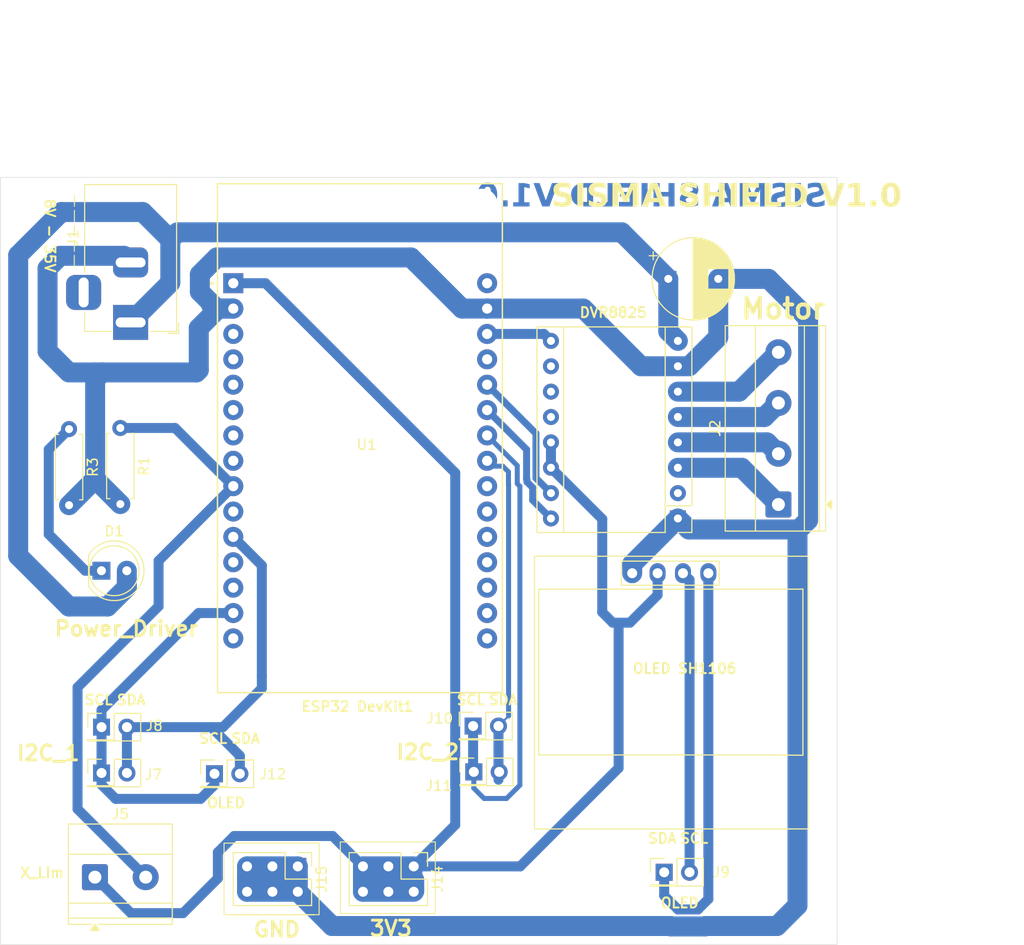
<source format=kicad_pcb>
(kicad_pcb (version 20241229) (generator "pcbnew") (generator_version "9.0")
  (layers (0 "F.Cu" signal) (2 "B.Cu" signal) (13 "F.Paste" user) (15 "B.Paste" user) (5 "F.SilkS" user "F.Silkscreen") (7 "B.SilkS" user "B.Silkscreen") (1 "F.Mask" user) (3 "B.Mask" user) (25 "Edge.Cuts" user))
  (net 0 "")
  (net 2 "Net-(A1-A2)")
  (net 3 "GND")
  (net 4 "Net-(A1-A1)")
  (net 5 "Net-(A1-B1)")
  (net 6 "/3V3")
  (net 7 "Net-(A1-B2)")
  (net 11 "/12v")
  (net 12 "/EN1")
  (net 13 "/DIR1")
  (net 14 "/STEP1")
  (net 15 "/SCL2")
  (net 16 "/SDA2")
  (net 20 "Net-(Brd1-SDA)")
  (net 21 "Net-(Brd1-SCL)")
  (net 22 "Net-(J5-Pin_2)")
  (net 36 "/SCL")
  (net 37 "/SDA")
  (net 41 "Net-(D1-K)")
  (footprint "huella ESP32 DEV KIT:MODULE_ESP32_DEVKIT_V1" (layer "F.Cu") (at 148.9025 68.95)
    (property "Reference" "U1" (at 0.6375 0.65 0) (layer "F.SilkS"))
    (property "Value" "ESP32-DEVKIT-V1" (hide yes))
    (pad "" np_thru_hole circle (at -12.28 -23.475) (size 3 3) (drill 3) (layers "*.Cu" "*.Mask"))
    (pad "" np_thru_hole circle (at -12.28 23.475) (size 3 3) (drill 3) (layers "*.Cu" "*.Mask"))
    (pad "" np_thru_hole circle (at 12.23 -23.475) (size 3 3) (drill 3) (layers "*.Cu" "*.Mask"))
    (pad "" np_thru_hole circle (at 12.23 23.475) (size 3 3) (drill 3) (layers "*.Cu" "*.Mask"))
    (pad "1" thru_hole rect (at -12.7 -15.515) (size 2 2) (drill 1.02) (layers "*.Cu" "*.Mask") (net 6 "/3V3"))
    (pad "2" thru_hole circle (at -12.7 -12.975) (size 2 2) (drill 1.02) (layers "*.Cu" "*.Mask") (net 3 "GND"))
    (pad "3" thru_hole circle (at -12.7 -10.435) (size 2 2) (drill 1.02) (layers "*.Cu" "*.Mask"))
    (pad "4" thru_hole circle (at -12.7 -7.895) (size 2 2) (drill 1.02) (layers "*.Cu" "*.Mask"))
    (pad "5" thru_hole circle (at -12.7 -5.355) (size 2 2) (drill 1.02) (layers "*.Cu" "*.Mask"))
    (pad "6" thru_hole circle (at -12.7 -2.815) (size 2 2) (drill 1.02) (layers "*.Cu" "*.Mask"))
    (pad "7" thru_hole circle (at -12.7 -0.275) (size 2 2) (drill 1.02) (layers "*.Cu" "*.Mask"))
    (pad "8" thru_hole circle (at -12.7 2.265) (size 2 2) (drill 1.02) (layers "*.Cu" "*.Mask"))
    (pad "9" thru_hole circle (at -12.7 4.805) (size 2 2) (drill 1.02) (layers "*.Cu" "*.Mask") (net 22 "Net-(J5-Pin_2)"))
    (pad "10" thru_hole circle (at -12.7 7.345) (size 2 2) (drill 1.02) (layers "*.Cu" "*.Mask"))
    (pad "11" thru_hole circle (at -12.7 9.885) (size 2 2) (drill 1.02) (layers "*.Cu" "*.Mask") (net 37 "/SDA"))
    (pad "12" thru_hole circle (at -12.7 12.425) (size 2 2) (drill 1.02) (layers "*.Cu" "*.Mask"))
    (pad "13" thru_hole circle (at -12.7 14.965) (size 2 2) (drill 1.02) (layers "*.Cu" "*.Mask"))
    (pad "14" thru_hole circle (at -12.7 17.505) (size 2 2) (drill 1.02) (layers "*.Cu" "*.Mask") (net 36 "/SCL"))
    (pad "15" thru_hole circle (at -12.7 20.045) (size 2 2) (drill 1.02) (layers "*.Cu" "*.Mask"))
    (pad "16" thru_hole circle (at 12.7 20.045) (size 2 2) (drill 1.02) (layers "*.Cu" "*.Mask"))
    (pad "17" thru_hole circle (at 12.7 17.505) (size 2 2) (drill 1.02) (layers "*.Cu" "*.Mask"))
    (pad "18" thru_hole circle (at 12.7 14.965) (size 2 2) (drill 1.02) (layers "*.Cu" "*.Mask"))
    (pad "19" thru_hole circle (at 12.7 12.425) (size 2 2) (drill 1.02) (layers "*.Cu" "*.Mask"))
    (pad "20" thru_hole circle (at 12.7 9.885) (size 2 2) (drill 1.02) (layers "*.Cu" "*.Mask"))
    (pad "21" thru_hole circle (at 12.7 7.345) (size 2 2) (drill 1.02) (layers "*.Cu" "*.Mask"))
    (pad "22" thru_hole circle (at 12.7 4.805) (size 2 2) (drill 1.02) (layers "*.Cu" "*.Mask"))
    (pad "23" thru_hole circle (at 12.7 2.265) (size 2 2) (drill 1.02) (layers "*.Cu" "*.Mask") (net 16 "/SDA2"))
    (pad "24" thru_hole circle (at 12.7 -0.275) (size 2 2) (drill 1.02) (layers "*.Cu" "*.Mask") (net 15 "/SCL2"))
    (pad "25" thru_hole circle (at 12.7 -2.815) (size 2 2) (drill 1.02) (layers "*.Cu" "*.Mask") (net 13 "/DIR1"))
    (pad "26" thru_hole circle (at 12.7 -5.355) (size 2 2) (drill 1.02) (layers "*.Cu" "*.Mask") (net 14 "/STEP1"))
    (pad "27" thru_hole circle (at 12.7 -7.895) (size 2 2) (drill 1.02) (layers "*.Cu" "*.Mask"))
    (pad "28" thru_hole circle (at 12.7 -10.435) (size 2 2) (drill 1.02) (layers "*.Cu" "*.Mask") (net 12 "/EN1"))
    (pad "29" thru_hole circle (at 12.7 -12.975) (size 2 2) (drill 1.02) (layers "*.Cu" "*.Mask") (net 3 "GND"))
    (pad "30" thru_hole circle (at 12.7 -15.515) (size 2 2) (drill 1.02) (layers "*.Cu" "*.Mask"))
  )
  (footprint "Connector_PinHeader_2.54mm:PinHeader_2x01_P2.54mm_Vertical" (layer "F.Cu") (at 123.02 102.47)
    (property "Reference" "J7" (at 5.2 0.16 0) (layer "F.SilkS"))
    (property "Value" "Conn_01x02_Pin" (hide yes))
    (pad "1" thru_hole rect (at 0 0) (size 1.7 1.7) (drill 1) (layers "*.Cu" "*.Mask") (net 36 "/SCL"))
    (pad "2" thru_hole circle (at 2.54 0) (size 1.7 1.7) (drill 1) (layers "*.Cu" "*.Mask") (net 37 "/SDA"))
  )
  (footprint "Connector_PinHeader_2.54mm:PinHeader_2x01_P2.54mm_Vertical" (layer "F.Cu") (at 134.32 102.55)
    (property "Reference" "J12" (at 5.84 0.04 0) (layer "F.SilkS"))
    (property "Value" "Conn_01x02_Pin" (hide yes))
    (pad "1" thru_hole rect (at 0 0) (size 1.7 1.7) (drill 1) (layers "*.Cu" "*.Mask") (net 36 "/SCL"))
    (pad "2" thru_hole circle (at 2.54 0) (size 1.7 1.7) (drill 1) (layers "*.Cu" "*.Mask") (net 37 "/SDA"))
  )
  (footprint "Connector_PinHeader_2.54mm:PinHeader_2x01_P2.54mm_Vertical" (layer "F.Cu") (at 179.32 112.41)
    (property "Reference" "J9" (at 5.71 -0.02 0) (layer "F.SilkS"))
    (property "Value" "Conn_01x02_Pin" (hide yes))
    (pad "1" thru_hole rect (at 0 0) (size 1.7 1.7) (drill 1) (layers "*.Cu" "*.Mask") (net 20 "Net-(Brd1-SDA)"))
    (pad "2" thru_hole circle (at 2.54 0) (size 1.7 1.7) (drill 1) (layers "*.Cu" "*.Mask") (net 21 "Net-(Brd1-SCL)"))
  )
  (footprint "Connector_PinHeader_2.54mm:PinHeader_2x01_P2.54mm_Vertical" (layer "F.Cu") (at 123.02 97.88)
    (property "Reference" "J8" (at 5.27 -0.14 0) (layer "F.SilkS"))
    (property "Value" "Conn_01x02_Pin" (hide yes))
    (pad "1" thru_hole rect (at 0 0) (size 1.7 1.7) (drill 1) (layers "*.Cu" "*.Mask") (net 36 "/SCL"))
    (pad "2" thru_hole circle (at 2.54 0) (size 1.7 1.7) (drill 1) (layers "*.Cu" "*.Mask") (net 37 "/SDA"))
  )
  (footprint "Connector_PinHeader_2.54mm:PinHeader_2x01_P2.54mm_Vertical" (layer "F.Cu") (at 160.27 102.36)
    (property "Reference" "J11" (at -3.49 1.38 0) (layer "F.SilkS"))
    (property "Value" "Conn_01x02_Pin" (hide yes))
    (pad "1" thru_hole rect (at 0 0) (size 1.7 1.7) (drill 1) (layers "*.Cu" "*.Mask") (net 15 "/SCL2"))
    (pad "2" thru_hole circle (at 2.54 0) (size 1.7 1.7) (drill 1) (layers "*.Cu" "*.Mask") (net 16 "/SDA2"))
  )
  (footprint "LED_THT:LED_D5.0mm" (layer "F.Cu") (at 123.01 82.22)
    (property "Reference" "D1" (at 1.27 -3.96 0) (layer "F.SilkS"))
    (property "Value" "LED")
    (pad "1" thru_hole rect (at 0 0) (size 1.8 1.8) (drill 0.9) (layers "*.Cu" "*.Mask") (net 41 "Net-(D1-K)"))
    (pad "2" thru_hole circle (at 2.54 0) (size 1.8 1.8) (drill 0.9) (layers "*.Cu" "*.Mask") (net 11 "/12v"))
  )
  (footprint "Resistor_THT:R_Axial_DIN0207_L6.3mm_D2.5mm_P7.62mm_Horizontal" (layer "F.Cu") (at 124.9 67.93 -90)
    (property "Reference" "R1" (at 3.81 -2.37 90) (layer "F.SilkS"))
    (property "Value" "R")
    (pad "1" thru_hole circle (at 0 0 270) (size 1.6 1.6) (drill 0.8) (layers "*.Cu" "*.Mask") (net 22 "Net-(J5-Pin_2)"))
    (pad "2" thru_hole oval (at 7.62 0 270) (size 1.6 1.6) (drill 0.8) (layers "*.Cu" "*.Mask") (net 3 "GND"))
  )
  (footprint "Resistor_THT:R_Axial_DIN0207_L6.3mm_D2.5mm_P7.62mm_Horizontal" (layer "F.Cu") (at 119.77 68.04 -90)
    (property "Reference" "R3" (at 3.81 -2.37 90) (layer "F.SilkS"))
    (property "Value" "R")
    (pad "1" thru_hole circle (at 0 0 270) (size 1.6 1.6) (drill 0.8) (layers "*.Cu" "*.Mask") (net 41 "Net-(D1-K)"))
    (pad "2" thru_hole oval (at 7.62 0 270) (size 1.6 1.6) (drill 0.8) (layers "*.Cu" "*.Mask") (net 3 "GND"))
  )
  (footprint "TerminalBlock_Phoenix:TerminalBlock_Phoenix_MKDS-1,5-4-5.08_1x04_P5.08mm_Horizontal" (layer "F.Cu") (at 190.75 75.59 90)
    (property "Reference" "J2" (at 7.62 -6.32 90) (layer "F.SilkS"))
    (property "Value" "Conn_01x04" (hide yes))
    (pad "1" thru_hole roundrect (at 0 0 90) (size 2.6 2.6) (drill 1.3) (layers "*.Cu" "*.Mask") (roundrect_rratio 0.096154) (net 2 "Net-(A1-A2)"))
    (pad "2" thru_hole circle (at 5.08 0 90) (size 2.6 2.6) (drill 1.3) (layers "*.Cu" "*.Mask") (net 4 "Net-(A1-A1)"))
    (pad "3" thru_hole circle (at 10.16 0 90) (size 2.6 2.6) (drill 1.3) (layers "*.Cu" "*.Mask") (net 5 "Net-(A1-B1)"))
    (pad "4" thru_hole circle (at 15.24 0 90) (size 2.6 2.6) (drill 1.3) (layers "*.Cu" "*.Mask") (net 7 "Net-(A1-B2)"))
  )
  (footprint "Connector_BarrelJack:BarrelJack_Horizontal" (layer "F.Cu") (at 125.93 57.36 -90)
    (property "Reference" "J1" (at -8.45 5.75 90) (layer "F.SilkS"))
    (property "Value" "Jack-DC")
    (pad "1" thru_hole rect (at 0 0 270) (size 3.5 3.5) (drill oval 1 3) (layers "*.Cu" "*.Mask") (net 11 "/12v"))
    (pad "2" thru_hole roundrect (at -6 0 270) (size 3 3.5) (drill oval 1 3) (layers "*.Cu" "*.Mask") (net 3 "GND"))
    (pad "3" thru_hole roundrect (at -3 4.7 270) (size 3.5 3.5) (drill oval 3 1) (layers "*.Cu" "*.Mask"))
  )
  (footprint "Connector_PinHeader_2.54mm:PinHeader_2x03_P2.54mm_Vertical" (layer "F.Cu") (at 154.26 111.82 -90)
    (property "Reference" "J14" (at 1.27 -2.38 90) (layer "F.SilkS"))
    (property "Value" "VCC")
    (pad "1" thru_hole rect (at 0 0 270) (size 1.7 1.7) (drill 1) (layers "*.Cu" "*.Mask") (net 6 "/3V3"))
    (pad "2" thru_hole circle (at 2.54 0 270) (size 1.7 1.7) (drill 1) (layers "*.Cu" "*.Mask") (net 6 "/3V3"))
    (pad "3" thru_hole circle (at 0 2.54 270) (size 1.7 1.7) (drill 1) (layers "*.Cu" "*.Mask") (net 6 "/3V3"))
    (pad "4" thru_hole circle (at 2.54 2.54 270) (size 1.7 1.7) (drill 1) (layers "*.Cu" "*.Mask") (net 6 "/3V3"))
    (pad "5" thru_hole circle (at 0 5.08 270) (size 1.7 1.7) (drill 1) (layers "*.Cu" "*.Mask") (net 6 "/3V3"))
    (pad "6" thru_hole circle (at 2.54 5.08 270) (size 1.7 1.7) (drill 1) (layers "*.Cu" "*.Mask") (net 6 "/3V3"))
  )
  (footprint "SSD1306:128x64OLED" (layer "F.Cu") (at 179.74 93.07)
    (property "Reference" "Brd1" (hide yes))
    (property "Value" "SSD1306")
    (pad "1" thru_hole oval (at -3.62 -10.6 90) (size 2 1.6) (drill 1) (layers "*.Cu" "*.Mask") (net 3 "GND"))
    (pad "2" thru_hole oval (at -1.08 -10.6 90) (size 2 1.6) (drill 1) (layers "*.Cu" "*.Mask") (net 6 "/3V3"))
    (pad "3" thru_hole oval (at 1.46 -10.6 90) (size 2 1.6) (drill 1) (layers "*.Cu" "*.Mask") (net 21 "Net-(Brd1-SCL)"))
    (pad "4" thru_hole oval (at 4 -10.6 90) (size 2 1.6) (drill 1) (layers "*.Cu" "*.Mask") (net 20 "Net-(Brd1-SDA)"))
  )
  (footprint "TerminalBlock_Phoenix:TerminalBlock_Phoenix_MKDS-1,5-2-5.08_1x02_P5.08mm_Horizontal" (layer "F.Cu") (at 122.36 112.9)
    (property "Reference" "J5" (at 2.54 -6.32 0) (layer "F.SilkS"))
    (property "Value" "Conn_01x02_Pin" (hide yes))
    (pad "1" thru_hole roundrect (at 0 0) (size 2.6 2.6) (drill 1.3) (layers "*.Cu" "*.Mask") (roundrect_rratio 0.096154) (net 6 "/3V3"))
    (pad "2" thru_hole circle (at 5.08 0) (size 2.6 2.6) (drill 1.3) (layers "*.Cu" "*.Mask") (net 22 "Net-(J5-Pin_2)"))
  )
  (footprint "Module:Pololu_Breakout-16_15.2x20.3mm" (layer "F.Cu") (at 180.69 76.99 180)
    (property "Reference" "A1" (hide yes))
    (property "Value" "Pololu_Breakout_DRV8825" (hide yes))
    (pad "1" thru_hole rect (at 0 0 180) (size 1.6 1.6) (drill 0.8) (layers "*.Cu" "*.Mask") (net 3 "GND"))
    (pad "2" thru_hole oval (at 0 2.54 180) (size 1.6 1.6) (drill 0.8) (layers "*.Cu" "*.Mask"))
    (pad "3" thru_hole oval (at 0 5.08 180) (size 1.6 1.6) (drill 0.8) (layers "*.Cu" "*.Mask") (net 2 "Net-(A1-A2)"))
    (pad "4" thru_hole oval (at 0 7.62 180) (size 1.6 1.6) (drill 0.8) (layers "*.Cu" "*.Mask") (net 4 "Net-(A1-A1)"))
    (pad "5" thru_hole oval (at 0 10.16 180) (size 1.6 1.6) (drill 0.8) (layers "*.Cu" "*.Mask") (net 5 "Net-(A1-B1)"))
    (pad "6" thru_hole oval (at 0 12.7 180) (size 1.6 1.6) (drill 0.8) (layers "*.Cu" "*.Mask") (net 7 "Net-(A1-B2)"))
    (pad "7" thru_hole oval (at 0 15.24 180) (size 1.6 1.6) (drill 0.8) (layers "*.Cu" "*.Mask") (net 3 "GND"))
    (pad "8" thru_hole oval (at 0 17.78 180) (size 1.6 1.6) (drill 0.8) (layers "*.Cu" "*.Mask") (net 11 "/12v"))
    (pad "9" thru_hole oval (at 12.7 17.78 180) (size 1.6 1.6) (drill 0.8) (layers "*.Cu" "*.Mask") (net 12 "/EN1"))
    (pad "10" thru_hole oval (at 12.7 15.24 180) (size 1.6 1.6) (drill 0.8) (layers "*.Cu" "*.Mask"))
    (pad "11" thru_hole oval (at 12.7 12.7 180) (size 1.6 1.6) (drill 0.8) (layers "*.Cu" "*.Mask"))
    (pad "12" thru_hole oval (at 12.7 10.16 180) (size 1.6 1.6) (drill 0.8) (layers "*.Cu" "*.Mask"))
    (pad "13" thru_hole oval (at 12.7 7.62 180) (size 1.6 1.6) (drill 0.8) (layers "*.Cu" "*.Mask") (net 6 "/3V3"))
    (pad "14" thru_hole oval (at 12.7 5.08 180) (size 1.6 1.6) (drill 0.8) (layers "*.Cu" "*.Mask") (net 6 "/3V3"))
    (pad "15" thru_hole oval (at 12.7 2.54 180) (size 1.6 1.6) (drill 0.8) (layers "*.Cu" "*.Mask") (net 14 "/STEP1"))
    (pad "16" thru_hole oval (at 12.7 0 180) (size 1.6 1.6) (drill 0.8) (layers "*.Cu" "*.Mask") (net 13 "/DIR1"))
  )
  (footprint "Connector_PinHeader_2.54mm:PinHeader_2x03_P2.54mm_Vertical" (layer "F.Cu") (at 142.66 111.82 -90)
    (property "Reference" "J15" (at 1.27 -2.38 90) (layer "F.SilkS"))
    (property "Value" "GND")
    (pad "1" thru_hole rect (at 0 0 270) (size 1.7 1.7) (drill 1) (layers "*.Cu" "*.Mask") (net 3 "GND"))
    (pad "2" thru_hole circle (at 2.54 0 270) (size 1.7 1.7) (drill 1) (layers "*.Cu" "*.Mask") (net 3 "GND"))
    (pad "3" thru_hole circle (at 0 2.54 270) (size 1.7 1.7) (drill 1) (layers "*.Cu" "*.Mask") (net 3 "GND"))
    (pad "4" thru_hole circle (at 2.54 2.54 270) (size 1.7 1.7) (drill 1) (layers "*.Cu" "*.Mask") (net 3 "GND"))
    (pad "5" thru_hole circle (at 0 5.08 270) (size 1.7 1.7) (drill 1) (layers "*.Cu" "*.Mask") (net 3 "GND"))
    (pad "6" thru_hole circle (at 2.54 5.08 270) (size 1.7 1.7) (drill 1) (layers "*.Cu" "*.Mask") (net 3 "GND"))
  )
  (footprint "Connector_PinHeader_2.54mm:PinHeader_2x01_P2.54mm_Vertical" (layer "F.Cu") (at 160.2 97.77)
    (property "Reference" "J10" (at -3.34 -0.77 0) (layer "F.SilkS"))
    (property "Value" "Conn_01x02_Pin" (hide yes))
    (pad "1" thru_hole rect (at 0 0) (size 1.7 1.7) (drill 1) (layers "*.Cu" "*.Mask") (net 15 "/SCL2"))
    (pad "2" thru_hole circle (at 2.54 0) (size 1.7 1.7) (drill 1) (layers "*.Cu" "*.Mask") (net 16 "/SDA2"))
  )
  (footprint "Capacitor_THT:CP_Radial_D8.0mm_P5.00mm" (layer "F.Cu") (at 179.73 53)
    (property "Reference" "C2" (hide yes))
    (property "Value" "C_Polarized_Small" (hide yes))
    (pad "1" thru_hole rect (at 0 0) (size 1.6 1.6) (drill 0.8) (layers "*.Cu" "*.Mask") (net 11 "/12v"))
    (pad "2" thru_hole circle (at 5 0) (size 1.6 1.6) (drill 0.8) (layers "*.Cu" "*.Mask") (net 3 "GND"))
  )
  (gr_line (start 136.01 116.66) (end 144.31 116.66) (stroke (width 0.1)) (layer "F.SilkS"))
  (gr_rect (start 135.28 109.49) (end 144.79 116.66) (stroke (width 0.1)) (fill no) (layer "F.SilkS"))
  (gr_line (start 120.31 44.64) (end 120.29 51.9) (stroke (width 0.1) (type dash)) (layer "F.SilkS"))
  (gr_rect (start 146.91 109.37) (end 156.42 116.54) (stroke (width 0.1)) (fill no) (layer "F.SilkS"))
  (gr_rect (start 112.91 42.84) (end 196.62 119.64) (stroke (width 0.05)) (fill no) (layer "Edge.Cuts"))
  (gr_text "SISMA SHIELD V1.0\n\n" (at 195.62 50.01 0) (layer "B.Cu") (effects (font (size 2.3 2.3) (thickness 0.3) (bold yes)) (justify left bottom mirror)))
  (gr_text "Motor\n\n" (at 186.82 60.38 0) (layer "F.SilkS") (effects (font (size 2 2) (thickness 0.4) (bold yes)) (justify left bottom)))
  (gr_text "SCL\n" (at 180.81 109.6 0) (layer "F.SilkS") (effects (font (size 1 1) (thickness 0.2) (bold yes)) (justify left bottom)))
  (gr_text "X_Lim" (at 117.07 112.46 0) (layer "F.SilkS") (effects (font (size 1 1) (thickness 0.2) (bold yes))))
  (gr_text "I2C_1\n\n" (at 114.38 103.77 0) (layer "F.SilkS") (effects (font (size 1.5 1.5) (thickness 0.3) (bold yes)) (justify left bottom)))
  (gr_text "OLED SH1106" (at 176.07 92.6 0) (layer "F.SilkS") (effects (font (size 1 1) (thickness 0.2) (bold yes)) (justify left bottom)))
  (gr_text "ESP32 DevKit1" (at 142.93 96.41 0) (layer "F.SilkS") (effects (font (size 1 1) (thickness 0.2) (bold yes)) (justify left bottom)))
  (gr_text "SDA\n" (at 124.45 95.74 0) (layer "F.SilkS") (effects (font (size 1 1) (thickness 0.2) (bold yes)) (justify left bottom)))
  (gr_text "DVR8825" (at 170.75 56.96 0) (layer "F.SilkS") (effects (font (size 1 1) (thickness 0.2) (bold yes)) (justify left bottom)))
  (gr_text "SDA\n" (at 135.9 99.6 0) (layer "F.SilkS") (effects (font (size 1 1) (thickness 0.2) (bold yes)) (justify left bottom)))
  (gr_text "SDA\n" (at 161.67 95.74 0) (layer "F.SilkS") (effects (font (size 1 1) (thickness 0.2) (bold yes)) (justify left bottom)))
  (gr_text "I2C_2\n\n\n" (at 152.36 106.08 0) (layer "F.SilkS") (effects (font (size 1.5 1.5) (thickness 0.3) (bold yes)) (justify left bottom)))
  (gr_text "GND" (at 138.08 119.02 0) (layer "F.SilkS") (effects (font (size 1.5 1.5) (thickness 0.3) (bold yes)) (justify left bottom)))
  (gr_text "SCL\n" (at 132.68 99.6 0) (layer "F.SilkS") (effects (font (size 1 1) (thickness 0.2) (bold yes)) (justify left bottom)))
  (gr_text "SISMA SHIELD V1.0\n\n" (at 168.01 50.01 0) (layer "F.SilkS") (effects (font (size 2.3 2.3) (thickness 0.3) (bold yes)) (justify left bottom)))
  (gr_text "8V - 35V\n" (at 117.27 44.88 270) (layer "F.SilkS") (effects (font (size 1 1) (thickness 0.2) (bold yes)) (justify left bottom)))
  (gr_text "SDA" (at 177.59 109.6 0) (layer "F.SilkS") (effects (font (size 1 1) (thickness 0.2) (bold yes)) (justify left bottom)))
  (gr_text "SCL\n" (at 121.23 95.74 0) (layer "F.SilkS") (effects (font (size 1 1) (thickness 0.2) (bold yes)) (justify left bottom)))
  (gr_text "SCL\n" (at 158.45 95.74 0) (layer "F.SilkS") (effects (font (size 1 1) (thickness 0.2) (bold yes)) (justify left bottom)))
  (gr_text "3V3\n" (at 149.71 118.9 0) (layer "F.SilkS") (effects (font (size 1.5 1.5) (thickness 0.3) (bold yes)) (justify left bottom)))
  (gr_text "OLED\n" (at 135.47 105.46 0) (layer "F.SilkS") (effects (font (size 1 1) (thickness 0.2) (bold yes))))
  (gr_text "Power_Driver" (at 118.16 88.9 0) (layer "F.SilkS") (effects (font (size 1.5 1.5) (thickness 0.3) (bold yes)) (justify left bottom)))
  (gr_text "OLED\n" (at 180.88 115.48 0) (layer "F.SilkS") (effects (font (size 1 1) (thickness 0.2) (bold yes))))
  (segment (start 180.69 71.91) (end 187.07 71.91) (width 2) (layer "B.Cu") (net 2))
  (segment (start 187.07 71.91) (end 190.75 75.59) (width 2) (layer "B.Cu") (net 2))
  (segment (start 180.69 61.75) (end 181.82137 61.75) (width 2) (layer "B.Cu") (net 3))
  (segment (start 122.38 73.05) (end 119.77 75.66) (width 2) (layer "B.Cu") (net 3))
  (segment (start 142.66 114.36) (end 146.09 117.79) (width 2) (layer "B.Cu") (net 3))
  (segment (start 124.79 75.66) (end 124.9 75.55) (width 0.2) (layer "B.Cu") (net 3))
  (segment (start 118.89 50.69) (end 117.62 51.96) (width 2) (layer "B.Cu") (net 3))
  (segment (start 161.6025 55.975) (end 171.225 55.975) (width 2) (layer "B.Cu") (net 3))
  (segment (start 134.196 55.636) (end 134.0015 55.636) (width 2) (layer "B.Cu") (net 3))
  (segment (start 181.82137 61.75) (end 184.73 58.84137) (width 2) (layer "B.Cu") (net 3))
  (segment (start 134.55 50.86) (end 153.98 50.86) (width 2) (layer "B.Cu") (net 3))
  (segment (start 134.705 55.975) (end 132.75 57.93) (width 2) (layer "B.Cu") (net 3))
  (segment (start 179.995423 117.831) (end 183.404578 117.831) (width 2) (layer "B.Cu") (net 3))
  (segment (start 159.095 55.975) (end 161.6025 55.975) (width 2) (layer "B.Cu") (net 3))
  (segment (start 190.61 117.79) (end 192.659 115.741) (width 2) (layer "B.Cu") (net 3))
  (segment (start 180.69 61.75) (end 177 61.75) (width 2) (layer "B.Cu") (net 3))
  (segment (start 153.98 50.86) (end 154.545 51.425) (width 2) (layer "B.Cu") (net 3))
  (segment (start 122.38 63.08) (end 122.38 73.05) (width 2) (layer "B.Cu") (net 3))
  (segment (start 184.73 58.84137) (end 184.73 53) (width 2) (layer "B.Cu") (net 3))
  (segment (start 171.225 55.975) (end 177 61.75) (width 2) (layer "B.Cu") (net 3))
  (segment (start 132.51 62.37) (end 123.09 62.37) (width 2) (layer "B.Cu") (net 3))
  (segment (start 119.58 62.2) (end 119.75 62.37) (width 0.2) (layer "B.Cu") (net 3))
  (segment (start 132.75 62.13) (end 132.51 62.37) (width 2) (layer "B.Cu") (net 3))
  (segment (start 125.93 51.36) (end 125.26 50.69) (width 2) (layer "B.Cu") (net 3))
  (segment (start 122.29 62.37) (end 119.75 62.37) (width 2) (layer "B.Cu") (net 3))
  (segment (start 183.445577 117.79) (end 190.61 117.79) (width 2) (layer "B.Cu") (net 3))
  (segment (start 142.57 113.09) (end 142.66 113) (width 2) (layer "B.Cu") (net 3))
  (segment (start 154.545 51.425) (end 159.095 55.975) (width 2) (layer "B.Cu") (net 3))
  (segment (start 192.789 78.091) (end 181.791 78.091) (width 2) (layer "B.Cu") (net 3))
  (segment (start 123.09 62.37) (end 122.29 62.37) (width 2) (layer "B.Cu") (net 3))
  (segment (start 179.954423 117.79) (end 179.995423 117.831) (width 2) (layer "B.Cu") (net 3))
  (segment (start 123.09 62.37) (end 122.38 63.08) (width 2) (layer "B.Cu") (net 3))
  (segment (start 142.66 111.82) (end 137.58 111.82) (width 2) (layer "B.Cu") (net 3))
  (segment (start 137.58 113.09) (end 142.57 113.09) (width 2) (layer "B.Cu") (net 3))
  (segment (start 176.12 81.56) (end 176.12 82.47) (width 2) (layer "B.Cu") (net 3))
  (segment (start 193.72 56.97) (end 189.75 53) (width 2) (layer "B.Cu") (net 3))
  (segment (start 134.0015 55.636) (end 134.0015 55.4415) (width 2) (layer "B.Cu") (net 3))
  (segment (start 125.26 50.69) (end 118.89 50.69) (width 2) (layer "B.Cu") (net 3))
  (segment (start 134.535 55.975) (end 134.196 55.636) (width 2) (layer "B.Cu") (net 3))
  (segment (start 193.72 77.16) (end 192.789 78.091) (width 2) (layer "B.Cu") (net 3))
  (segment (start 122.38 73.05) (end 122.4 73.05) (width 2) (layer "B.Cu") (net 3))
  (segment (start 132.86 52.55) (end 134.55 50.86) (width 2) (layer "B.Cu") (net 3))
  (segment (start 192.659 115.741) (end 192.659 78.221) (width 2) (layer "B.Cu") (net 3))
  (segment (start 136.2025 55.975) (end 134.705 55.975) (width 2) (layer "B.Cu") (net 3))
  (segment (start 132.75 57.93) (end 132.75 62.13) (width 2) (layer "B.Cu") (net 3))
  (segment (start 117.62 60.24) (end 119.58 62.2) (width 2) (layer "B.Cu") (net 3))
  (segment (start 137.58 111.82) (end 137.58 113.09) (width 2) (layer "B.Cu") (net 3))
  (segment (start 137.58 114.36) (end 142.66 114.36) (width 2) (layer "B.Cu") (net 3))
  (segment (start 142.66 113) (end 142.66 111.82) (width 2) (layer "B.Cu") (net 3))
  (segment (start 132.86 54.3) (end 132.86 52.55) (width 2) (layer "B.Cu") (net 3))
  (segment (start 136.2025 55.975) (end 134.535 55.975) (width 2) (layer "B.Cu") (net 3))
  (segment (start 137.58 113.09) (end 137.58 114.36) (width 2) (layer "B.Cu") (net 3))
  (segment (start 146.09 117.79) (end 179.954423 117.79) (width 2) (layer "B.Cu") (net 3))
  (segment (start 189.75 53) (end 184.73 53) (width 2) (layer "B.Cu") (net 3))
  (segment (start 134.0015 55.4415) (end 132.86 54.3) (width 2) (layer "B.Cu") (net 3))
  (segment (start 117.62 51.96) (end 117.62 60.24) (width 2) (layer "B.Cu") (net 3))
  (segment (start 122.4 73.05) (end 124.9 75.55) (width 2) (layer "B.Cu") (net 3))
  (segment (start 142.66 114.36) (end 142.66 113) (width 2) (layer "B.Cu") (net 3))
  (segment (start 193.72 56.97) (end 193.72 77.16) (width 2) (layer "B.Cu") (net 3))
  (segment (start 181.791 78.091) (end 180.69 76.99) (width 2) (layer "B.Cu") (net 3))
  (segment (start 192.659 78.221) (end 192.789 78.091) (width 2) (layer "B.Cu") (net 3))
  (segment (start 183.404578 117.831) (end 183.445577 117.79) (width 2) (layer "B.Cu") (net 3))
  (segment (start 180.69 76.99) (end 176.12 81.56) (width 2) (layer "B.Cu") (net 3))
  (segment (start 180.69 69.37) (end 189.61 69.37) (width 2) (layer "B.Cu") (net 4))
  (segment (start 189.61 69.37) (end 190.75 70.51) (width 2) (layer "B.Cu") (net 4))
  (segment (start 180.69 66.83) (end 189.35 66.83) (width 2) (layer "B.Cu") (net 5))
  (segment (start 189.35 66.83) (end 190.75 65.43) (width 2) (layer "B.Cu") (net 5))
  (segment (start 146.14 108.78) (end 149.18 111.82) (width 1) (layer "B.Cu") (net 6))
  (segment (start 154.26 111.82) (end 149.18 111.82) (width 2) (layer "B.Cu") (net 6))
  (segment (start 139.425 53.435) (end 158.41 72.42) (width 1) (layer "B.Cu") (net 6))
  (segment (start 174.76 87.42) (end 175.89 87.42) (width 1) (layer "B.Cu") (net 6))
  (segment (start 131.18 116.5) (end 134.66 113.02) (width 1) (layer "B.Cu") (net 6))
  (segment (start 174.17 87.42) (end 174.76 87.42) (width 1) (layer "B.Cu") (net 6))
  (segment (start 175.89 87.42) (end 178.66 84.65) (width 1) (layer "B.Cu") (net 6))
  (segment (start 149.18 114.36) (end 154.26 114.36) (width 2) (layer "B.Cu") (net 6))
  (segment (start 158.41 72.42) (end 158.41 107.67) (width 1) (layer "B.Cu") (net 6))
  (segment (start 157.7835 108.2965) (end 154.26 111.82) (width 1) (layer "B.Cu") (net 6))
  (segment (start 149.18 111.82) (end 149.18 114.36) (width 2) (layer "B.Cu") (net 6))
  (segment (start 149.18 113.17) (end 154.31 113.17) (width 1) (layer "B.Cu") (net 6))
  (segment (start 174.76 101.97) (end 174.76 87.42) (width 1) (layer "B.Cu") (net 6))
  (segment (start 154.31 113.17) (end 154.31 114.31) (width 2) (layer "B.Cu") (net 6))
  (segment (start 178.66 84.65) (end 178.66 82.47) (width 1) (layer "B.Cu") (net 6))
  (segment (start 149.18 113.17) (end 149.18 114.36) (width 1) (layer "B.Cu") (net 6))
  (segment (start 158.41 107.67) (end 157.7835 108.2965) (width 1) (layer "B.Cu") (net 6))
  (segment (start 134.66 113.02) (end 134.66 110.41) (width 1) (layer "B.Cu") (net 6))
  (segment (start 164.91 111.82) (end 174.76 101.97) (width 1) (layer "B.Cu") (net 6))
  (segment (start 173.12 77.04) (end 173.12 86.37) (width 1) (layer "B.Cu") (net 6))
  (segment (start 154.31 111.87) (end 154.26 111.82) (width 1) (layer "B.Cu") (net 6))
  (segment (start 136.29 108.78) (end 146.14 108.78) (width 1) (layer "B.Cu") (net 6))
  (segment (start 173.12 86.37) (end 174.17 87.42) (width 1) (layer "B.Cu") (net 6))
  (segment (start 134.66 110.41) (end 136.29 108.78) (width 1) (layer "B.Cu") (net 6))
  (segment (start 167.99 69.37) (end 167.99 71.91) (width 1) (layer "B.Cu") (net 6))
  (segment (start 154.26 111.82) (end 164.91 111.82) (width 1) (layer "B.Cu") (net 6))
  (segment (start 154.31 113.17) (end 154.31 111.87) (width 1) (layer "B.Cu") (net 6))
  (segment (start 122.36 112.9) (end 125.96 116.5) (width 1) (layer "B.Cu") (net 6))
  (segment (start 149.18 111.82) (end 149.18 113.17) (width 1) (layer "B.Cu") (net 6))
  (segment (start 167.99 71.91) (end 173.12 77.04) (width 1) (layer "B.Cu") (net 6))
  (segment (start 154.31 114.31) (end 154.26 114.36) (width 1) (layer "B.Cu") (net 6))
  (segment (start 125.96 116.5) (end 131.18 116.5) (width 1) (layer "B.Cu") (net 6))
  (segment (start 136.2025 53.435) (end 139.425 53.435) (width 1) (layer "B.Cu") (net 6))
  (segment (start 186.81 64.29) (end 190.75 60.35) (width 2) (layer "B.Cu") (net 7))
  (segment (start 180.69 64.29) (end 186.81 64.29) (width 2) (layer "B.Cu") (net 7))
  (segment (start 130.63 48.34) (end 175.07 48.34) (width 2) (layer "B.Cu") (net 11))
  (segment (start 127.14 46.31) (end 129.9 49.07) (width 2) (layer "B.Cu") (net 11))
  (segment (start 114.68 80.73) (end 119.75 85.8) (width 2) (layer "B.Cu") (net 11))
  (segment (start 125.93 57.36) (end 127.53 57.36) (width 0.2) (layer "B.Cu") (net 11))
  (segment (start 119 46.31) (end 114.68 50.63) (width 2) (layer "B.Cu") (net 11))
  (segment (start 125.55 83.882) (end 125.55 82.22) (width 2) (layer "B.Cu") (net 11))
  (segment (start 114.68 50.63) (end 114.68 80.73) (width 2) (layer "B.Cu") (net 11))
  (segment (start 119 46.31) (end 127.14 46.31) (width 2) (layer "B.Cu") (net 11))
  (segment (start 119.75 85.8) (end 123.632 85.8) (width 2) (layer "B.Cu") (net 11))
  (segment (start 123.632 85.8) (end 125.55 83.882) (width 2) (layer "B.Cu") (net 11))
  (segment (start 129.9 49.07) (end 130.63 48.34) (width 2) (layer "B.Cu") (net 11))
  (segment (start 129.9 49.07) (end 129.9 53.39) (width 2) (layer "B.Cu") (net 11))
  (segment (start 179.73 58.25) (end 180.69 59.21) (width 2) (layer "B.Cu") (net 11))
  (segment (start 175.07 48.34) (end 179.73 53) (width 2) (layer "B.Cu") (net 11))
  (segment (start 179.73 53) (end 179.73 58.25) (width 2) (layer "B.Cu") (net 11))
  (segment (start 129.9 53.39) (end 125.93 57.36) (width 2) (layer "B.Cu") (net 11))
  (segment (start 161.6025 58.515) (end 167.295 58.515) (width 1) (layer "B.Cu") (net 12))
  (segment (start 167.295 58.515) (end 167.99 59.21) (width 1) (layer "B.Cu") (net 12))
  (segment (start 165.589001 73.323207) (end 166.16 73.894206) (width 0.7) (layer "B.Cu") (net 13))
  (segment (start 165.55 70.0825) (end 165.55 73.06) (width 0.7) (layer "B.Cu") (net 13))
  (segment (start 165.589001 73.099001) (end 165.589001 73.323207) (width 0.7) (layer "B.Cu") (net 13))
  (segment (start 161.6025 66.135) (end 165.55 70.0825) (width 0.7) (layer "B.Cu") (net 13))
  (segment (start 166.16 73.894206) (end 166.16 75.16) (width 0.7) (layer "B.Cu") (net 13))
  (segment (start 165.55 73.06) (end 165.589001 73.099001) (width 0.7) (layer "B.Cu") (net 13))
  (segment (start 166.16 75.16) (end 167.99 76.99) (width 0.7) (layer "B.Cu") (net 13))
  (segment (start 166.49 72.95) (end 167.99 74.45) (width 0.7) (layer "B.Cu") (net 14))
  (segment (start 166.49 68.4825) (end 166.49 72.95) (width 0.7) (layer "B.Cu") (net 14))
  (segment (start 161.6025 63.595) (end 166.49 68.4825) (width 0.7) (layer "B.Cu") (net 14))
  (segment (start 160.2 97.77) (end 160.2 102.29) (width 1) (layer "B.Cu") (net 15))
  (segment (start 164.88 73.77) (end 164.88 103.69) (width 0.5) (layer "B.Cu") (net 15))
  (segment (start 161.6025 68.675) (end 164.62 71.6925) (width 0.5) (layer "B.Cu") (net 15))
  (segment (start 164.62 71.6925) (end 164.62 73.51) (width 0.5) (layer "B.Cu") (net 15))
  (segment (start 164.62 73.51) (end 164.88 73.77) (width 0.5) (layer "B.Cu") (net 15))
  (segment (start 160.27 103.99) (end 161.3 105.02) (width 0.5) (layer "B.Cu") (net 15))
  (segment (start 160.27 102.36) (end 160.27 103.99) (width 0.5) (layer "B.Cu") (net 15))
  (segment (start 160.2 102.29) (end 160.27 102.36) (width 0.2) (layer "B.Cu") (net 15))
  (segment (start 163.55 105.02) (end 161.3 105.02) (width 0.5) (layer "B.Cu") (net 15))
  (segment (start 164.88 103.69) (end 163.55 105.02) (width 0.5) (layer "B.Cu") (net 15))
  (segment (start 163.739 72.319) (end 163.739 73.620364) (width 0.5) (layer "B.Cu") (net 16))
  (segment (start 161.6025 71.7525) (end 163.1725 71.7525) (width 0.5) (layer "B.Cu") (net 16))
  (segment (start 163.75 96.76) (end 162.74 97.77) (width 0.2) (layer "B.Cu") (net 16))
  (segment (start 162.74 97.77) (end 162.74 103.1415) (width 1) (layer "B.Cu") (net 16))
  (segment (start 163.739 73.620364) (end 163.75 73.631364) (width 0.5) (layer "B.Cu") (net 16))
  (segment (start 161.6025 71.215) (end 161.6025 71.7525) (width 0.2) (layer "B.Cu") (net 16))
  (segment (start 163.75 73.631364) (end 163.75 96.76) (width 0.5) (layer "B.Cu") (net 16))
  (segment (start 163.1725 71.7525) (end 163.739 72.319) (width 0.5) (layer "B.Cu") (net 16))
  (segment (start 182.7 116.13) (end 183.74 115.09) (width 1) (layer "B.Cu") (net 20))
  (segment (start 179.32 114.75) (end 180.7 116.13) (width 1) (layer "B.Cu") (net 20))
  (segment (start 180.7 116.13) (end 182.7 116.13) (width 1) (layer "B.Cu") (net 20))
  (segment (start 183.74 115.09) (end 183.74 82.47) (width 1) (layer "B.Cu") (net 20))
  (segment (start 179.32 112.41) (end 179.32 114.75) (width 1) (layer "B.Cu") (net 20))
  (segment (start 181.2 82.47) (end 181.86 83.13) (width 1) (layer "B.Cu") (net 21))
  (segment (start 181.86 83.13) (end 181.86 112.41) (width 1) (layer "B.Cu") (net 21))
  (segment (start 136.2025 73.755) (end 128.73 81.2275) (width 1) (layer "B.Cu") (net 22))
  (segment (start 130.3775 67.93) (end 136.2025 73.755) (width 1) (layer "B.Cu") (net 22))
  (segment (start 120.62 93.89) (end 120.62 106.08) (width 1) (layer "B.Cu") (net 22))
  (segment (start 128.73 85.78) (end 120.62 93.89) (width 1) (layer "B.Cu") (net 22))
  (segment (start 128.73 81.2275) (end 128.73 85.78) (width 1) (layer "B.Cu") (net 22))
  (segment (start 124.9 67.93) (end 130.3775 67.93) (width 1) (layer "B.Cu") (net 22))
  (segment (start 120.62 106.08) (end 127.44 112.9) (width 1) (layer "B.Cu") (net 22))
  (segment (start 132.73 86.455) (end 136.2025 86.455) (width 1) (layer "B.Cu") (net 36))
  (segment (start 134.32 103.67) (end 134.32 102.55) (width 1) (layer "B.Cu") (net 36))
  (segment (start 124.43 105.06) (end 132.93 105.06) (width 1) (layer "B.Cu") (net 36))
  (segment (start 123.02 97.88) (end 123.02 96.165) (width 1) (layer "B.Cu") (net 36))
  (segment (start 123.02 97.88) (end 123.02 102.47) (width 1) (layer "B.Cu") (net 36))
  (segment (start 123.02 102.47) (end 123.02 103.65) (width 1) (layer "B.Cu") (net 36))
  (segment (start 123.02 96.165) (end 132.73 86.455) (width 1) (layer "B.Cu") (net 36))
  (segment (start 123.02 103.65) (end 124.43 105.06) (width 1) (layer "B.Cu") (net 36))
  (segment (start 132.93 105.06) (end 134.32 103.67) (width 1) (layer "B.Cu") (net 36))
  (segment (start 139.06 93.99) (end 135.17 97.88) (width 1) (layer "B.Cu") (net 37))
  (segment (start 136.86 100.742659) (end 136.86 102.55) (width 1) (layer "B.Cu") (net 37))
  (segment (start 133.997341 97.88) (end 136.86 100.742659) (width 1) (layer "B.Cu") (net 37))
  (segment (start 139.06 81.6925) (end 139.06 92.817341) (width 1) (layer "B.Cu") (net 37))
  (segment (start 135.17 97.88) (end 133.997341 97.88) (width 1) (layer "B.Cu") (net 37))
  (segment (start 136.2025 78.835) (end 139.06 81.6925) (width 1) (layer "B.Cu") (net 37))
  (segment (start 125.56 97.88) (end 125.56 102.47) (width 1) (layer "B.Cu") (net 37))
  (segment (start 133.997341 97.88) (end 125.56 97.88) (width 1) (layer "B.Cu") (net 37))
  (segment (start 139.06 92.817341) (end 139.06 93.99) (width 1) (layer "B.Cu") (net 37))
  (segment (start 119.77 68.04) (end 117.74 70.07) (width 1) (layer "B.Cu") (net 41))
  (segment (start 117.74 78.57) (end 121.39 82.22) (width 1) (layer "B.Cu") (net 41))
  (segment (start 117.74 70.07) (end 117.74 78.57) (width 1) (layer "B.Cu") (net 41))
  (segment (start 121.39 82.22) (end 123.01 82.22) (width 1) (layer "B.Cu") (net 41))
)
</source>
